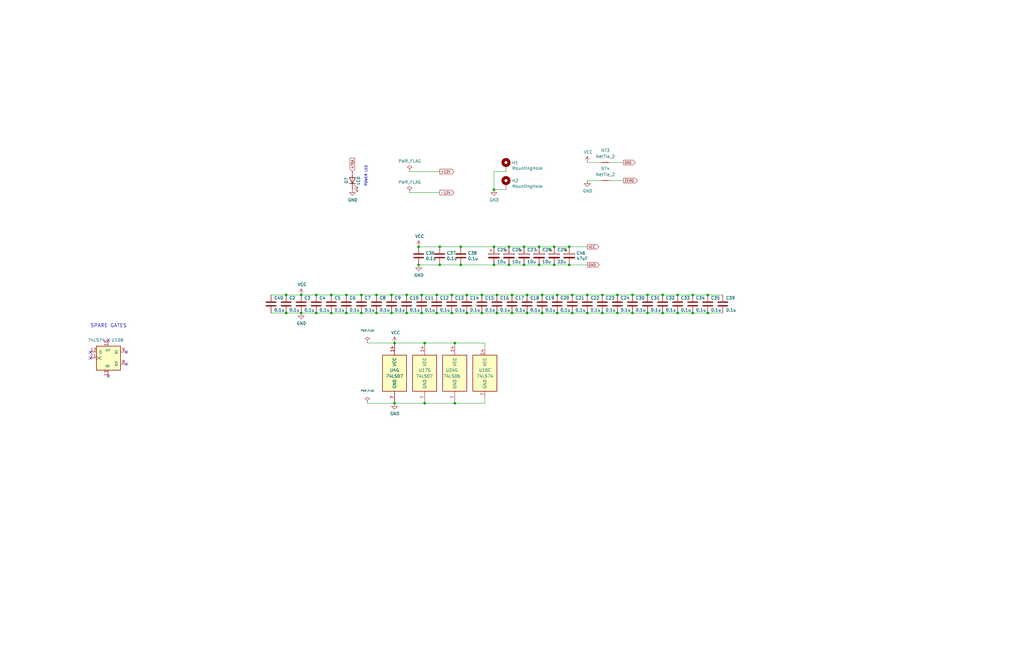
<source format=kicad_sch>
(kicad_sch (version 20211123) (generator eeschema)
  (paper "B")
  (lib_symbols
    (symbol "74xx:74LS06" (pin_names (offset 1.016))
      (property "Reference" "U" (at 0 1.27 0))
      (property "Value" "74LS06" (at 0 -1.27 0))
      (symbol "74LS06_1_0"
        (polyline (pts (xy -3.81 3.81) (xy -3.81 -3.81) (xy 3.81 0) (xy -3.81 3.81)) (stroke (width 0.254)) (fill (type background)))
        (pin input line (at -7.62 0 0) (length 3.81) (name "~") (number "1"))
        (pin open_collector inverted (at 7.62 0 180) (length 3.81) (name "~") (number "2"))
      )
      (symbol "74LS06_2_0"
        (polyline (pts (xy -3.81 3.81) (xy -3.81 -3.81) (xy 3.81 0) (xy -3.81 3.81)) (stroke (width 0.254)) (fill (type background)))
        (pin input line (at -7.62 0 0) (length 3.81) (name "~") (number "3"))
        (pin open_collector inverted (at 7.62 0 180) (length 3.81) (name "~") (number "4"))
      )
      (symbol "74LS06_3_0"
        (polyline (pts (xy -3.81 3.81) (xy -3.81 -3.81) (xy 3.81 0) (xy -3.81 3.81)) (stroke (width 0.254)) (fill (type background)))
        (pin input line (at -7.62 0 0) (length 3.81) (name "~") (number "5"))
        (pin open_collector inverted (at 7.62 0 180) (length 3.81) (name "~") (number "6"))
      )
      (symbol "74LS06_4_0"
        (polyline (pts (xy -3.81 3.81) (xy -3.81 -3.81) (xy 3.81 0) (xy -3.81 3.81)) (stroke (width 0.254)) (fill (type background)))
        (pin open_collector inverted (at 7.62 0 180) (length 3.81) (name "~") (number "8"))
        (pin input line (at -7.62 0 0) (length 3.81) (name "~") (number "9"))
      )
      (symbol "74LS06_5_0"
        (polyline (pts (xy -3.81 3.81) (xy -3.81 -3.81) (xy 3.81 0) (xy -3.81 3.81)) (stroke (width 0.254)) (fill (type background)))
        (pin open_collector inverted (at 7.62 0 180) (length 3.81) (name "~") (number "10"))
        (pin input line (at -7.62 0 0) (length 3.81) (name "~") (number "11"))
      )
      (symbol "74LS06_6_0"
        (polyline (pts (xy -3.81 3.81) (xy -3.81 -3.81) (xy 3.81 0) (xy -3.81 3.81)) (stroke (width 0.254)) (fill (type background)))
        (pin open_collector inverted (at 7.62 0 180) (length 3.81) (name "~") (number "12"))
        (pin input line (at -7.62 0 0) (length 3.81) (name "~") (number "13"))
      )
      (symbol "74LS06_7_0"
        (pin power_in line (at 0 12.7 270) (length 5.08) (name "VCC") (number "14"))
        (pin power_in line (at 0 -12.7 90) (length 5.08) (name "GND") (number "7"))
      )
      (symbol "74LS06_7_1"
        (rectangle (start -5.08 7.62) (end 5.08 -7.62) (stroke (width 0.254)) (fill (type background)))
      )
    )
    (symbol "74xx:74LS07" (pin_names (offset 1.016))
      (property "Reference" "U" (at 0 1.27 0))
      (property "Value" "74LS07" (at 0 -1.27 0))
      (symbol "74LS07_1_0"
        (polyline (pts (xy -3.81 3.81) (xy -3.81 -3.81) (xy 3.81 0) (xy -3.81 3.81)) (stroke (width 0.254)) (fill (type background)))
        (pin input line (at -7.62 0 0) (length 3.81) (name "~") (number "1"))
        (pin open_collector line (at 7.62 0 180) (length 3.81) (name "~") (number "2"))
      )
      (symbol "74LS07_2_0"
        (polyline (pts (xy -3.81 3.81) (xy -3.81 -3.81) (xy 3.81 0) (xy -3.81 3.81)) (stroke (width 0.254)) (fill (type background)))
        (pin input line (at -7.62 0 0) (length 3.81) (name "~") (number "3"))
        (pin open_collector line (at 7.62 0 180) (length 3.81) (name "~") (number "4"))
      )
      (symbol "74LS07_3_0"
        (polyline (pts (xy -3.81 3.81) (xy -3.81 -3.81) (xy 3.81 0) (xy -3.81 3.81)) (stroke (width 0.254)) (fill (type background)))
        (pin input line (at -7.62 0 0) (length 3.81) (name "~") (number "5"))
        (pin open_collector line (at 7.62 0 180) (length 3.81) (name "~") (number "6"))
      )
      (symbol "74LS07_4_0"
        (polyline (pts (xy -3.81 3.81) (xy -3.81 -3.81) (xy 3.81 0) (xy -3.81 3.81)) (stroke (width 0.254)) (fill (type background)))
        (pin open_collector line (at 7.62 0 180) (length 3.81) (name "~") (number "8"))
        (pin input line (at -7.62 0 0) (length 3.81) (name "~") (number "9"))
      )
      (symbol "74LS07_5_0"
        (polyline (pts (xy -3.81 3.81) (xy -3.81 -3.81) (xy 3.81 0) (xy -3.81 3.81)) (stroke (width 0.254)) (fill (type background)))
        (pin open_collector line (at 7.62 0 180) (length 3.81) (name "~") (number "10"))
        (pin input line (at -7.62 0 0) (length 3.81) (name "~") (number "11"))
      )
      (symbol "74LS07_6_0"
        (polyline (pts (xy -3.81 3.81) (xy -3.81 -3.81) (xy 3.81 0) (xy -3.81 3.81)) (stroke (width 0.254)) (fill (type background)))
        (pin open_collector line (at 7.62 0 180) (length 3.81) (name "~") (number "12"))
        (pin input line (at -7.62 0 0) (length 3.81) (name "~") (number "13"))
      )
      (symbol "74LS07_7_0"
        (pin power_in line (at 0 12.7 270) (length 5.08) (name "VCC") (number "14"))
        (pin power_in line (at 0 -12.7 90) (length 5.08) (name "GND") (number "7"))
      )
      (symbol "74LS07_7_1"
        (rectangle (start -5.08 7.62) (end 5.08 -7.62) (stroke (width 0.254)) (fill (type background)))
      )
    )
    (symbol "74xx:74LS74" (pin_names (offset 1.016))
      (property "Reference" "U" (at -7.62 8.89 0))
      (property "Value" "74LS74" (at -7.62 -8.89 0))
      (symbol "74LS74_1_0"
        (pin input line (at 0 -7.62 90) (length 2.54) (name "~{R}") (number "1"))
        (pin input line (at -7.62 2.54 0) (length 2.54) (name "D") (number "2"))
        (pin input clock (at -7.62 0 0) (length 2.54) (name "C") (number "3"))
        (pin input line (at 0 7.62 270) (length 2.54) (name "~{S}") (number "4"))
        (pin output line (at 7.62 2.54 180) (length 2.54) (name "Q") (number "5"))
        (pin output line (at 7.62 -2.54 180) (length 2.54) (name "~{Q}") (number "6"))
      )
      (symbol "74LS74_1_1"
        (rectangle (start -5.08 5.08) (end 5.08 -5.08) (stroke (width 0.254)) (fill (type background)))
      )
      (symbol "74LS74_2_0"
        (pin input line (at 0 7.62 270) (length 2.54) (name "~{S}") (number "10"))
        (pin input clock (at -7.62 0 0) (length 2.54) (name "C") (number "11"))
        (pin input line (at -7.62 2.54 0) (length 2.54) (name "D") (number "12"))
        (pin input line (at 0 -7.62 90) (length 2.54) (name "~{R}") (number "13"))
        (pin output line (at 7.62 -2.54 180) (length 2.54) (name "~{Q}") (number "8"))
        (pin output line (at 7.62 2.54 180) (length 2.54) (name "Q") (number "9"))
      )
      (symbol "74LS74_2_1"
        (rectangle (start -5.08 5.08) (end 5.08 -5.08) (stroke (width 0.254)) (fill (type background)))
      )
      (symbol "74LS74_3_0"
        (pin power_in line (at 0 10.16 270) (length 2.54) (name "VCC") (number "14"))
        (pin power_in line (at 0 -10.16 90) (length 2.54) (name "GND") (number "7"))
      )
      (symbol "74LS74_3_1"
        (rectangle (start -5.08 7.62) (end 5.08 -7.62) (stroke (width 0.254)) (fill (type background)))
      )
    )
    (symbol "Device:C" (pin_numbers hide) (pin_names (offset 0.254))
      (property "Reference" "C" (at 0.635 2.54 0))
      (property "Value" "C" (at 0.635 -2.54 0))
      (symbol "C_0_1"
        (polyline (pts (xy -2.032 -0.762) (xy 2.032 -0.762)) (stroke (width 0.508)))
        (polyline (pts (xy -2.032 0.762) (xy 2.032 0.762)) (stroke (width 0.508)))
      )
      (symbol "C_1_1"
        (pin passive line (at 0 3.81 270) (length 2.794) (name "~") (number "1"))
        (pin passive line (at 0 -3.81 90) (length 2.794) (name "~") (number "2"))
      )
    )
    (symbol "Device:C_Polarized" (pin_numbers hide) (pin_names (offset 0.254))
      (property "Reference" "C" (at 0.635 2.54 0))
      (property "Value" "C_Polarized" (at 0.635 -2.54 0))
      (symbol "C_Polarized_0_1"
        (rectangle (start -2.286 0.508) (end 2.286 1.016))
        (polyline (pts (xy -1.778 2.286) (xy -0.762 2.286)))
        (polyline (pts (xy -1.27 2.794) (xy -1.27 1.778)))
        (rectangle (start 2.286 -0.508) (end -2.286 -1.016) (fill (type outline)))
      )
      (symbol "C_Polarized_1_1"
        (pin passive line (at 0 3.81 270) (length 2.794) (name "~") (number "1"))
        (pin passive line (at 0 -3.81 90) (length 2.794) (name "~") (number "2"))
      )
    )
    (symbol "Device:LED" (pin_numbers hide) (pin_names (offset 1.016) hide)
      (property "Reference" "D" (at 0 2.54 0))
      (property "Value" "LED" (at 0 -2.54 0))
      (symbol "LED_0_1"
        (polyline (pts (xy -1.27 -1.27) (xy -1.27 1.27)) (stroke (width 0.254)))
        (polyline (pts (xy -1.27 0) (xy 1.27 0)))
        (polyline (pts (xy 1.27 -1.27) (xy 1.27 1.27) (xy -1.27 0) (xy 1.27 -1.27)) (stroke (width 0.254)))
        (polyline (pts (xy -3.048 -0.762) (xy -4.572 -2.286) (xy -3.81 -2.286) (xy -4.572 -2.286) (xy -4.572 -1.524)))
        (polyline (pts (xy -1.778 -0.762) (xy -3.302 -2.286) (xy -2.54 -2.286) (xy -3.302 -2.286) (xy -3.302 -1.524)))
      )
      (symbol "LED_1_1"
        (pin passive line (at -3.81 0 0) (length 2.54) (name "K") (number "1"))
        (pin passive line (at 3.81 0 180) (length 2.54) (name "A") (number "2"))
      )
    )
    (symbol "Device:NetTie_2" (pin_numbers hide) (pin_names (offset 0) hide) (in_bom no)
      (property "Reference" "NT" (at 0 1.27 0))
      (property "Value" "NetTie_2" (at 0 -1.27 0))
      (symbol "NetTie_2_0_1"
        (polyline (pts (xy -1.27 0) (xy 1.27 0)) (stroke (width 0.254)))
      )
      (symbol "NetTie_2_1_1"
        (pin passive line (at -2.54 0 0) (length 2.54) (name "1") (number "1"))
        (pin passive line (at 2.54 0 180) (length 2.54) (name "2") (number "2"))
      )
    )
    (symbol "Mechanical:MountingHole_Pad" (pin_numbers hide) (pin_names (offset 1.016) hide)
      (property "Reference" "H" (at 0 6.35 0))
      (property "Value" "MountingHole_Pad" (at 0 4.445 0))
      (symbol "MountingHole_Pad_0_1"
        (circle (center 0 1.27) (radius 1.27) (stroke (width 1.27)))
      )
      (symbol "MountingHole_Pad_1_1"
        (pin input line (at 0 -2.54 90) (length 2.54) (name "1") (number "1"))
      )
    )
    (symbol "power:GND" (power) (pin_names (offset 0))
      (property "Value" "GND" (at 0 -3.81 0))
      (symbol "GND_0_1"
        (polyline (pts (xy 0 0) (xy 0 -1.27) (xy 1.27 -1.27) (xy 0 -2.54) (xy -1.27 -1.27) (xy 0 -1.27)))
      )
      (symbol "GND_1_1"
        (pin power_in line (at 0 0 270) (length 0) hide (name "GND") (number "1"))
      )
    )
    (symbol "power:PWR_FLAG" (power) (pin_numbers hide) (pin_names (offset 0) hide)
      (property "Value" "PWR_FLAG" (at 0 3.81 0))
      (symbol "PWR_FLAG_0_0"
        (pin power_out line (at 0 0 90) (length 0) (name "pwr") (number "1"))
      )
      (symbol "PWR_FLAG_0_1"
        (polyline (pts (xy 0 0) (xy 0 1.27) (xy -1.016 1.905) (xy 0 2.54) (xy 1.016 1.905) (xy 0 1.27)))
      )
    )
    (symbol "power:VCC" (power) (pin_names (offset 0))
      (property "Value" "VCC" (at 0 3.81 0))
      (symbol "VCC_0_1"
        (polyline (pts (xy -0.762 1.27) (xy 0 2.54)))
        (polyline (pts (xy 0 0) (xy 0 2.54)))
        (polyline (pts (xy 0 2.54) (xy 0.762 1.27)))
      )
      (symbol "VCC_1_1"
        (pin power_in line (at 0 0 90) (length 0) hide (name "VCC") (number "1"))
      )
    )
  )
  (junction (at 214.63 111.76))
  (junction (at 196.85 132.08))
  (junction (at 227.33 104.14))
  (junction (at 273.05 132.08))
  (junction (at 298.45 124.46))
  (junction (at 190.5 124.46))
  (junction (at 254 124.46))
  (junction (at 196.85 124.46))
  (junction (at 171.45 132.08))
  (junction (at 152.4 124.46))
  (junction (at 241.3 124.46))
  (junction (at 208.28 111.76))
  (junction (at 222.25 124.46))
  (junction (at 279.4 132.08))
  (junction (at 240.03 111.76))
  (junction (at 194.31 104.14))
  (junction (at 158.75 124.46))
  (junction (at 285.75 132.08))
  (junction (at 220.98 104.14))
  (junction (at 177.8 132.08))
  (junction (at 209.55 124.46))
  (junction (at 233.68 111.76))
  (junction (at 191.77 144.78))
  (junction (at 298.45 132.08))
  (junction (at 191.77 170.18))
  (junction (at 279.4 124.46))
  (junction (at 127 124.46))
  (junction (at 266.7 132.08))
  (junction (at 184.15 132.08))
  (junction (at 165.1 124.46))
  (junction (at 179.07 144.78))
  (junction (at 171.45 124.46))
  (junction (at 146.05 132.08))
  (junction (at 139.7 132.08))
  (junction (at 176.53 111.76))
  (junction (at 209.55 132.08))
  (junction (at 222.25 132.08))
  (junction (at 179.07 170.18))
  (junction (at 176.53 104.14))
  (junction (at 215.9 124.46))
  (junction (at 240.03 104.14))
  (junction (at 203.2 132.08))
  (junction (at 228.6 124.46))
  (junction (at 234.95 132.08))
  (junction (at 234.95 124.46))
  (junction (at 260.35 124.46))
  (junction (at 292.1 132.08))
  (junction (at 208.28 80.01))
  (junction (at 185.42 111.76))
  (junction (at 260.35 132.08))
  (junction (at 166.37 144.78))
  (junction (at 215.9 132.08))
  (junction (at 266.7 124.46))
  (junction (at 254 132.08))
  (junction (at 247.65 132.08))
  (junction (at 292.1 124.46))
  (junction (at 139.7 124.46))
  (junction (at 241.3 132.08))
  (junction (at 146.05 124.46))
  (junction (at 273.05 124.46))
  (junction (at 120.65 124.46))
  (junction (at 190.5 132.08))
  (junction (at 214.63 104.14))
  (junction (at 152.4 132.08))
  (junction (at 220.98 111.76))
  (junction (at 120.65 132.08))
  (junction (at 133.35 132.08))
  (junction (at 228.6 132.08))
  (junction (at 133.35 124.46))
  (junction (at 203.2 124.46))
  (junction (at 185.42 104.14))
  (junction (at 208.28 104.14))
  (junction (at 285.75 124.46))
  (junction (at 127 132.08))
  (junction (at 194.31 111.76))
  (junction (at 166.37 170.18))
  (junction (at 227.33 111.76))
  (junction (at 247.65 124.46))
  (junction (at 177.8 124.46))
  (junction (at 165.1 132.08))
  (junction (at 158.75 132.08))
  (junction (at 233.68 104.14))
  (junction (at 184.15 124.46))
  (no_connect (at 45.72 143.51))
  (no_connect (at 53.34 148.59))
  (no_connect (at 38.1 148.59))
  (no_connect (at 45.72 158.75))
  (no_connect (at 38.1 151.13))
  (no_connect (at 53.34 153.67))
  (wire (pts (xy 154.94 144.78) (xy 166.37 144.78)))
  (wire (pts (xy 146.05 124.46) (xy 152.4 124.46)))
  (wire (pts (xy 247.65 132.08) (xy 254 132.08)))
  (wire (pts (xy 298.45 132.08) (xy 304.8 132.08)))
  (wire (pts (xy 222.25 132.08) (xy 228.6 132.08)))
  (wire (pts (xy 208.28 72.39) (xy 208.28 80.01)))
  (wire (pts (xy 179.07 144.78) (xy 191.77 144.78)))
  (wire (pts (xy 133.35 124.46) (xy 139.7 124.46)))
  (wire (pts (xy 266.7 124.46) (xy 273.05 124.46)))
  (wire (pts (xy 292.1 132.08) (xy 298.45 132.08)))
  (wire (pts (xy 172.72 72.39) (xy 185.42 72.39)))
  (wire (pts (xy 196.85 124.46) (xy 203.2 124.46)))
  (wire (pts (xy 172.72 81.28) (xy 185.42 81.28)))
  (wire (pts (xy 114.3 124.46) (xy 120.65 124.46)))
  (wire (pts (xy 185.42 111.76) (xy 194.31 111.76)))
  (wire (pts (xy 204.47 167.64) (xy 204.47 170.18)))
  (wire (pts (xy 165.1 132.08) (xy 171.45 132.08)))
  (wire (pts (xy 285.75 132.08) (xy 292.1 132.08)))
  (wire (pts (xy 279.4 132.08) (xy 285.75 132.08)))
  (wire (pts (xy 273.05 132.08) (xy 279.4 132.08)))
  (wire (pts (xy 139.7 132.08) (xy 146.05 132.08)))
  (wire (pts (xy 273.05 124.46) (xy 279.4 124.46)))
  (wire (pts (xy 240.03 111.76) (xy 247.65 111.76)))
  (wire (pts (xy 279.4 124.46) (xy 285.75 124.46)))
  (wire (pts (xy 166.37 170.18) (xy 179.07 170.18)))
  (wire (pts (xy 166.37 144.78) (xy 179.07 144.78)))
  (wire (pts (xy 176.53 104.14) (xy 185.42 104.14)))
  (wire (pts (xy 240.03 104.14) (xy 247.65 104.14)))
  (wire (pts (xy 194.31 111.76) (xy 208.28 111.76)))
  (wire (pts (xy 257.81 76.2) (xy 262.89 76.2)))
  (wire (pts (xy 176.53 111.76) (xy 185.42 111.76)))
  (wire (pts (xy 165.1 124.46) (xy 171.45 124.46)))
  (wire (pts (xy 214.63 111.76) (xy 220.98 111.76)))
  (wire (pts (xy 152.4 132.08) (xy 158.75 132.08)))
  (wire (pts (xy 204.47 144.78) (xy 204.47 147.32)))
  (wire (pts (xy 152.4 124.46) (xy 158.75 124.46)))
  (wire (pts (xy 171.45 132.08) (xy 177.8 132.08)))
  (wire (pts (xy 234.95 124.46) (xy 241.3 124.46)))
  (wire (pts (xy 177.8 132.08) (xy 184.15 132.08)))
  (wire (pts (xy 220.98 104.14) (xy 227.33 104.14)))
  (wire (pts (xy 196.85 132.08) (xy 203.2 132.08)))
  (wire (pts (xy 228.6 124.46) (xy 234.95 124.46)))
  (wire (pts (xy 184.15 132.08) (xy 190.5 132.08)))
  (wire (pts (xy 214.63 104.14) (xy 220.98 104.14)))
  (wire (pts (xy 247.65 124.46) (xy 254 124.46)))
  (wire (pts (xy 127 132.08) (xy 133.35 132.08)))
  (wire (pts (xy 241.3 124.46) (xy 247.65 124.46)))
  (wire (pts (xy 260.35 124.46) (xy 266.7 124.46)))
  (wire (pts (xy 208.28 104.14) (xy 214.63 104.14)))
  (wire (pts (xy 298.45 124.46) (xy 304.8 124.46)))
  (wire (pts (xy 204.47 170.18) (xy 191.77 170.18)))
  (wire (pts (xy 203.2 132.08) (xy 209.55 132.08)))
  (wire (pts (xy 120.65 124.46) (xy 127 124.46)))
  (wire (pts (xy 266.7 132.08) (xy 273.05 132.08)))
  (wire (pts (xy 222.25 124.46) (xy 228.6 124.46)))
  (wire (pts (xy 247.65 68.58) (xy 252.73 68.58)))
  (wire (pts (xy 260.35 132.08) (xy 266.7 132.08)))
  (wire (pts (xy 146.05 132.08) (xy 152.4 132.08)))
  (wire (pts (xy 213.36 72.39) (xy 208.28 72.39)))
  (wire (pts (xy 194.31 104.14) (xy 208.28 104.14)))
  (wire (pts (xy 209.55 132.08) (xy 215.9 132.08)))
  (wire (pts (xy 158.75 124.46) (xy 165.1 124.46)))
  (wire (pts (xy 171.45 124.46) (xy 177.8 124.46)))
  (wire (pts (xy 208.28 111.76) (xy 214.63 111.76)))
  (wire (pts (xy 215.9 124.46) (xy 222.25 124.46)))
  (wire (pts (xy 241.3 132.08) (xy 247.65 132.08)))
  (wire (pts (xy 234.95 132.08) (xy 241.3 132.08)))
  (wire (pts (xy 190.5 124.46) (xy 196.85 124.46)))
  (wire (pts (xy 227.33 111.76) (xy 233.68 111.76)))
  (wire (pts (xy 220.98 111.76) (xy 227.33 111.76)))
  (wire (pts (xy 228.6 132.08) (xy 234.95 132.08)))
  (wire (pts (xy 285.75 124.46) (xy 292.1 124.46)))
  (wire (pts (xy 257.81 68.58) (xy 262.89 68.58)))
  (wire (pts (xy 179.07 170.18) (xy 191.77 170.18)))
  (wire (pts (xy 139.7 124.46) (xy 146.05 124.46)))
  (wire (pts (xy 133.35 132.08) (xy 139.7 132.08)))
  (wire (pts (xy 177.8 124.46) (xy 184.15 124.46)))
  (wire (pts (xy 191.77 144.78) (xy 204.47 144.78)))
  (wire (pts (xy 254 132.08) (xy 260.35 132.08)))
  (wire (pts (xy 114.3 132.08) (xy 120.65 132.08)))
  (wire (pts (xy 203.2 124.46) (xy 209.55 124.46)))
  (wire (pts (xy 233.68 111.76) (xy 240.03 111.76)))
  (wire (pts (xy 247.65 76.2) (xy 252.73 76.2)))
  (wire (pts (xy 254 124.46) (xy 260.35 124.46)))
  (wire (pts (xy 209.55 124.46) (xy 215.9 124.46)))
  (wire (pts (xy 154.94 170.18) (xy 166.37 170.18)))
  (wire (pts (xy 184.15 124.46) (xy 190.5 124.46)))
  (wire (pts (xy 215.9 132.08) (xy 222.25 132.08)))
  (wire (pts (xy 233.68 104.14) (xy 240.03 104.14)))
  (wire (pts (xy 190.5 132.08) (xy 196.85 132.08)))
  (wire (pts (xy 292.1 124.46) (xy 298.45 124.46)))
  (wire (pts (xy 227.33 104.14) (xy 233.68 104.14)))
  (wire (pts (xy 185.42 104.14) (xy 194.31 104.14)))
  (wire (pts (xy 158.75 132.08) (xy 165.1 132.08)))
  (wire (pts (xy 213.36 80.01) (xy 208.28 80.01)))
  (wire (pts (xy 127 124.46) (xy 133.35 124.46)))
  (wire (pts (xy 120.65 132.08) (xy 127 132.08)))
  (text "POWER LED" (at 154.94 78.74 90) (effects (font (size 1.016 1.016)) (justify left bottom)))
  (text "SPARE GATES" (at 38.1 138.43 0) (effects (font (size 1.524 1.524)) (justify left bottom)))
  (global_label "GND" (shape output) (at 247.65 111.76 0) (effects (font (size 1.016 1.016))) (property "Intersheet References" "${INTERSHEET_REFS}" (effects hide)))
  (global_label "ONE" (shape output) (at 262.89 68.58 0) (effects (font (size 1.016 1.016))) (property "Intersheet References" "${INTERSHEET_REFS}" (effects hide)))
  (global_label "ZERO" (shape output) (at 262.89 76.2 0) (effects (font (size 1.016 1.016))) (property "Intersheet References" "${INTERSHEET_REFS}" (effects hide)))
  (global_label "470A" (shape input) (at 148.59 72.39 90) (effects (font (size 1.016 1.016))) (property "Intersheet References" "${INTERSHEET_REFS}" (effects hide)))
  (global_label "VCC" (shape output) (at 247.65 104.14 0) (effects (font (size 1.016 1.016))) (property "Intersheet References" "${INTERSHEET_REFS}" (effects hide)))
  (global_label "+12V" (shape output) (at 185.42 72.39 0) (effects (font (size 1.016 1.016))) (property "Intersheet References" "${INTERSHEET_REFS}" (effects hide)))
  (global_label "-12V" (shape output) (at 185.42 81.28 0) (effects (font (size 1.016 1.016))) (property "Intersheet References" "${INTERSHEET_REFS}" (effects hide)))
  (symbol (lib_id "74xx:74LS07") (at 179.07 157.48 0) (unit 7)
    (property "Reference" "U17" (at 176.53 156.21 0) (effects (justify left)))
    (property "Value" "74LS07" (at 175.26 158.75 0) (effects (justify left)))
    (property "Footprint" "Package_DIP:DIP-14_W7.62mm" (effects hide))
    (property "Datasheet" "www.ti.com/lit/ds/symlink/sn74ls07.pdf" (effects hide))
  )
  (symbol (lib_id "power:GND") (at 166.37 170.18 0) (unit 1)
    (property "Reference" "#PWR077" (effects hide))
    (property "Value" "GND" (at 166.497 174.5742 0))
  )
  (symbol (lib_id "Device:C_Polarized") (at 240.03 107.95 0) (unit 1)
    (property "Reference" "C46" (at 243.0272 106.7816 0) (effects (justify left)))
    (property "Value" "47uF" (at 243.0272 109.093 0) (effects (justify left)))
    (property "Footprint" "Capacitor_THT:CP_Radial_D5.0mm_P2.50mm" (effects hide))
  )
  (symbol (lib_id "Device:C") (at 254 128.27 0) (unit 1)
    (property "Reference" "C23" (at 255.27 125.73 0) (effects (justify left)))
    (property "Value" "0.1u" (at 255.27 130.81 0) (effects (justify left)))
    (property "Footprint" "Capacitor_THT:C_Disc_D5.0mm_W2.5mm_P5.00mm" (effects hide))
  )
  (symbol (lib_id "Device:C_Polarized") (at 208.28 107.95 0) (unit 1)
    (property "Reference" "C25" (at 209.55 105.41 0) (effects (justify left)))
    (property "Value" "10u" (at 209.55 110.49 0) (effects (justify left)))
    (property "Footprint" "Capacitor_THT:CP_Radial_D5.0mm_P2.50mm" (effects hide))
  )
  (symbol (lib_id "Device:C_Polarized") (at 227.33 107.95 0) (unit 1)
    (property "Reference" "C28" (at 228.6 105.41 0) (effects (justify left)))
    (property "Value" "10u" (at 228.6 110.49 0) (effects (justify left)))
    (property "Footprint" "Capacitor_THT:CP_Radial_D5.0mm_P2.50mm" (effects hide))
  )
  (symbol (lib_id "Device:C") (at 215.9 128.27 0) (unit 1)
    (property "Reference" "C17" (at 217.17 125.73 0) (effects (justify left)))
    (property "Value" "0.1u" (at 217.17 130.81 0) (effects (justify left)))
    (property "Footprint" "Capacitor_THT:C_Disc_D5.0mm_W2.5mm_P5.00mm" (effects hide))
  )
  (symbol (lib_id "Device:C") (at 222.25 128.27 0) (unit 1)
    (property "Reference" "C18" (at 223.52 125.73 0) (effects (justify left)))
    (property "Value" "0.1u" (at 223.52 130.81 0) (effects (justify left)))
    (property "Footprint" "Capacitor_THT:C_Disc_D5.0mm_W2.5mm_P5.00mm" (effects hide))
  )
  (symbol (lib_id "Device:C") (at 228.6 128.27 0) (unit 1)
    (property "Reference" "C19" (at 229.87 125.73 0) (effects (justify left)))
    (property "Value" "0.1u" (at 229.87 130.81 0) (effects (justify left)))
    (property "Footprint" "Capacitor_THT:C_Disc_D5.0mm_W2.5mm_P5.00mm" (effects hide))
  )
  (symbol (lib_id "Device:C") (at 234.95 128.27 0) (unit 1)
    (property "Reference" "C20" (at 236.22 125.73 0) (effects (justify left)))
    (property "Value" "0.1u" (at 236.22 130.81 0) (effects (justify left)))
    (property "Footprint" "Capacitor_THT:C_Disc_D5.0mm_W2.5mm_P5.00mm" (effects hide))
  )
  (symbol (lib_id "Device:C") (at 241.3 128.27 0) (unit 1)
    (property "Reference" "C21" (at 242.57 125.73 0) (effects (justify left)))
    (property "Value" "0.1u" (at 242.57 130.81 0) (effects (justify left)))
    (property "Footprint" "Capacitor_THT:C_Disc_D5.0mm_W2.5mm_P5.00mm" (effects hide))
  )
  (symbol (lib_id "Device:C") (at 247.65 128.27 0) (unit 1)
    (property "Reference" "C22" (at 248.92 125.73 0) (effects (justify left)))
    (property "Value" "0.1u" (at 248.92 130.81 0) (effects (justify left)))
    (property "Footprint" "Capacitor_THT:C_Disc_D5.0mm_W2.5mm_P5.00mm" (effects hide))
  )
  (symbol (lib_id "74xx:74LS07") (at 166.37 157.48 0) (unit 7)
    (property "Reference" "U4" (at 166.37 156.21 0))
    (property "Value" "74LS07" (at 166.37 158.75 0))
    (property "Footprint" "Package_DIP:DIP-14_W7.62mm" (effects hide))
    (property "Datasheet" "www.ti.com/lit/ds/symlink/sn74ls07.pdf" (effects hide))
  )
  (symbol (lib_id "Device:C_Polarized") (at 233.68 107.95 0) (unit 1)
    (property "Reference" "C29" (at 234.95 105.41 0) (effects (justify left)))
    (property "Value" "22u" (at 234.95 110.49 0) (effects (justify left)))
    (property "Footprint" "Capacitor_THT:CP_Radial_D5.0mm_P2.50mm" (effects hide))
  )
  (symbol (lib_id "Device:C") (at 165.1 128.27 0) (unit 1)
    (property "Reference" "C9" (at 166.37 125.73 0) (effects (justify left)))
    (property "Value" "0.1u" (at 166.37 130.81 0) (effects (justify left)))
    (property "Footprint" "Capacitor_THT:C_Disc_D5.0mm_W2.5mm_P5.00mm" (effects hide))
  )
  (symbol (lib_id "Device:C") (at 171.45 128.27 0) (unit 1)
    (property "Reference" "C10" (at 172.72 125.73 0) (effects (justify left)))
    (property "Value" "0.1u" (at 172.72 130.81 0) (effects (justify left)))
    (property "Footprint" "Capacitor_THT:C_Disc_D5.0mm_W2.5mm_P5.00mm" (effects hide))
  )
  (symbol (lib_id "Device:C") (at 177.8 128.27 0) (unit 1)
    (property "Reference" "C11" (at 179.07 125.73 0) (effects (justify left)))
    (property "Value" "0.1u" (at 179.07 130.81 0) (effects (justify left)))
    (property "Footprint" "Capacitor_THT:C_Disc_D5.0mm_W2.5mm_P5.00mm" (effects hide))
  )
  (symbol (lib_id "Device:C") (at 184.15 128.27 0) (unit 1)
    (property "Reference" "C12" (at 185.42 125.73 0) (effects (justify left)))
    (property "Value" "0.1u" (at 185.42 130.81 0) (effects (justify left)))
    (property "Footprint" "Capacitor_THT:C_Disc_D5.0mm_W2.5mm_P5.00mm" (effects hide))
  )
  (symbol (lib_id "Device:C") (at 260.35 128.27 0) (unit 1)
    (property "Reference" "C24" (at 261.62 125.73 0) (effects (justify left)))
    (property "Value" "0.1u" (at 261.62 130.81 0) (effects (justify left)))
    (property "Footprint" "Capacitor_THT:C_Disc_D5.0mm_W2.5mm_P5.00mm" (effects hide))
  )
  (symbol (lib_id "Device:C") (at 176.53 107.95 0) (unit 1)
    (property "Reference" "C36" (at 179.451 106.7816 0) (effects (justify left)))
    (property "Value" "0.1u" (at 179.451 109.093 0) (effects (justify left)))
    (property "Footprint" "Capacitor_THT:C_Disc_D5.0mm_W2.5mm_P5.00mm" (effects hide))
  )
  (symbol (lib_id "Device:C") (at 185.42 107.95 0) (unit 1)
    (property "Reference" "C37" (at 188.341 106.7816 0) (effects (justify left)))
    (property "Value" "0.1u" (at 188.341 109.093 0) (effects (justify left)))
    (property "Footprint" "Capacitor_THT:C_Disc_D5.0mm_W2.5mm_P5.00mm" (effects hide))
  )
  (symbol (lib_id "Device:C") (at 194.31 107.95 0) (unit 1)
    (property "Reference" "C38" (at 197.231 106.7816 0) (effects (justify left)))
    (property "Value" "0.1u" (at 197.231 109.093 0) (effects (justify left)))
    (property "Footprint" "Capacitor_THT:C_Disc_D5.0mm_W2.5mm_P5.00mm" (effects hide))
  )
  (symbol (lib_id "power:VCC") (at 166.37 144.78 0) (unit 1)
    (property "Reference" "#PWR075" (effects hide))
    (property "Value" "VCC" (at 166.8018 140.3858 0))
  )
  (symbol (lib_id "Device:C") (at 190.5 128.27 0) (unit 1)
    (property "Reference" "C13" (at 191.77 125.73 0) (effects (justify left)))
    (property "Value" "0.1u" (at 191.77 130.81 0) (effects (justify left)))
    (property "Footprint" "Capacitor_THT:C_Disc_D5.0mm_W2.5mm_P5.00mm" (effects hide))
  )
  (symbol (lib_id "Device:C") (at 196.85 128.27 0) (unit 1)
    (property "Reference" "C14" (at 198.12 125.73 0) (effects (justify left)))
    (property "Value" "0.1u" (at 198.12 130.81 0) (effects (justify left)))
    (property "Footprint" "Capacitor_THT:C_Disc_D5.0mm_W2.5mm_P5.00mm" (effects hide))
  )
  (symbol (lib_id "power:PWR_FLAG") (at 154.94 144.78 0) (unit 1)
    (property "Reference" "#FLG06" (effects hide))
    (property "Value" "PWR_FLAG" (at 154.94 139.4968 0) (effects (font (size 0.762 0.762))))
  )
  (symbol (lib_id "power:PWR_FLAG") (at 154.94 170.18 0) (unit 1)
    (property "Reference" "#FLG07" (effects hide))
    (property "Value" "PWR_FLAG" (at 154.94 164.8968 0) (effects (font (size 0.762 0.762))))
  )
  (symbol (lib_id "Device:C") (at 209.55 128.27 0) (unit 1)
    (property "Reference" "C16" (at 210.82 125.73 0) (effects (justify left)))
    (property "Value" "0.1u" (at 210.82 130.81 0) (effects (justify left)))
    (property "Footprint" "Capacitor_THT:C_Disc_D5.0mm_W2.5mm_P5.00mm" (effects hide))
  )
  (symbol (lib_id "Device:C") (at 203.2 128.27 0) (unit 1)
    (property "Reference" "C15" (at 204.47 125.73 0) (effects (justify left)))
    (property "Value" "0.1u" (at 204.47 130.81 0) (effects (justify left)))
    (property "Footprint" "Capacitor_THT:C_Disc_D5.0mm_W2.5mm_P5.00mm" (effects hide))
  )
  (symbol (lib_id "Mechanical:MountingHole_Pad") (at 213.36 77.47 0) (unit 1)
    (property "Reference" "H2" (at 215.9 76.3016 0) (effects (justify left)))
    (property "Value" "MountingHole" (at 215.9 78.613 0) (effects (justify left)))
    (property "Footprint" "MountingHole:MountingHole_3.2mm_M3_Pad" (effects hide))
  )
  (symbol (lib_id "power:GND") (at 247.65 76.2 0) (unit 1)
    (property "Reference" "#PWR037" (effects hide))
    (property "Value" "GND" (at 247.777 80.5942 0))
  )
  (symbol (lib_id "power:VCC") (at 247.65 68.58 0) (unit 1)
    (property "Reference" "#PWR014" (effects hide))
    (property "Value" "VCC" (at 248.031 64.1858 0))
  )
  (symbol (lib_id "Mechanical:MountingHole_Pad") (at 213.36 69.85 0) (unit 1)
    (property "Reference" "H1" (at 215.9 68.6816 0) (effects (justify left)))
    (property "Value" "MountingHole" (at 215.9 70.993 0) (effects (justify left)))
    (property "Footprint" "MountingHole:MountingHole_3.2mm_M3_Pad" (effects hide))
  )
  (symbol (lib_id "power:GND") (at 208.28 80.01 0) (unit 1)
    (property "Reference" "#PWR0117" (effects hide))
    (property "Value" "GND" (at 208.407 84.4042 0))
  )
  (symbol (lib_id "74xx:74LS74") (at 45.72 151.13 0) (unit 2)
    (property "Reference" "U10" (at 49.53 143.51 0))
    (property "Value" "74LS74" (at 40.64 143.51 0))
    (property "Footprint" "Package_DIP:DIP-14_W7.62mm" (effects hide))
    (property "Datasheet" "74xx/74hc_hct74.pdf" (effects hide))
  )
  (symbol (lib_id "74xx:74LS74") (at 204.47 157.48 0) (unit 3)
    (property "Reference" "U10" (at 204.47 156.21 0))
    (property "Value" "74LS74" (at 204.47 158.75 0))
    (property "Footprint" "Package_DIP:DIP-14_W7.62mm" (effects hide))
    (property "Datasheet" "74xx/74hc_hct74.pdf" (effects hide))
  )
  (symbol (lib_id "Device:C") (at 298.45 128.27 0) (unit 1)
    (property "Reference" "C35" (at 299.72 125.73 0) (effects (justify left)))
    (property "Value" "0.1u" (at 299.72 130.81 0) (effects (justify left)))
    (property "Footprint" "Capacitor_THT:C_Disc_D5.0mm_W2.5mm_P5.00mm" (effects hide))
  )
  (symbol (lib_id "Device:C") (at 304.8 128.27 0) (unit 1)
    (property "Reference" "C39" (at 306.07 125.73 0) (effects (justify left)))
    (property "Value" "0.1u" (at 306.07 130.81 0) (effects (justify left)))
    (property "Footprint" "Capacitor_THT:C_Disc_D5.0mm_W2.5mm_P5.00mm" (effects hide))
  )
  (symbol (lib_id "Device:C") (at 266.7 128.27 0) (unit 1)
    (property "Reference" "C30" (at 267.97 125.73 0) (effects (justify left)))
    (property "Value" "0.1u" (at 267.97 130.81 0) (effects (justify left)))
    (property "Footprint" "Capacitor_THT:C_Disc_D5.0mm_W2.5mm_P5.00mm" (effects hide))
  )
  (symbol (lib_id "Device:C") (at 273.05 128.27 0) (unit 1)
    (property "Reference" "C31" (at 274.32 125.73 0) (effects (justify left)))
    (property "Value" "0.1u" (at 274.32 130.81 0) (effects (justify left)))
    (property "Footprint" "Capacitor_THT:C_Disc_D5.0mm_W2.5mm_P5.00mm" (effects hide))
  )
  (symbol (lib_id "Device:C") (at 279.4 128.27 0) (unit 1)
    (property "Reference" "C32" (at 280.67 125.73 0) (effects (justify left)))
    (property "Value" "0.1u" (at 280.67 130.81 0) (effects (justify left)))
    (property "Footprint" "Capacitor_THT:C_Disc_D5.0mm_W2.5mm_P5.00mm" (effects hide))
  )
  (symbol (lib_id "Device:C") (at 285.75 128.27 0) (unit 1)
    (property "Reference" "C33" (at 287.02 125.73 0) (effects (justify left)))
    (property "Value" "0.1u" (at 287.02 130.81 0) (effects (justify left)))
    (property "Footprint" "Capacitor_THT:C_Disc_D5.0mm_W2.5mm_P5.00mm" (effects hide))
  )
  (symbol (lib_id "Device:C") (at 292.1 128.27 0) (unit 1)
    (property "Reference" "C34" (at 293.37 125.73 0) (effects (justify left)))
    (property "Value" "0.1u" (at 293.37 130.81 0) (effects (justify left)))
    (property "Footprint" "Capacitor_THT:C_Disc_D5.0mm_W2.5mm_P5.00mm" (effects hide))
  )
  (symbol (lib_id "Device:C") (at 158.75 128.27 0) (unit 1)
    (property "Reference" "C8" (at 160.02 125.73 0) (effects (justify left)))
    (property "Value" "0.1u" (at 160.02 130.81 0) (effects (justify left)))
    (property "Footprint" "Capacitor_THT:C_Disc_D5.0mm_W2.5mm_P5.00mm" (effects hide))
  )
  (symbol (lib_id "Device:C_Polarized") (at 220.98 107.95 0) (unit 1)
    (property "Reference" "C27" (at 222.25 105.41 0) (effects (justify left)))
    (property "Value" "10u" (at 222.25 110.49 0) (effects (justify left)))
    (property "Footprint" "Capacitor_THT:CP_Radial_D5.0mm_P2.50mm" (effects hide))
  )
  (symbol (lib_id "Device:C_Polarized") (at 214.63 107.95 0) (unit 1)
    (property "Reference" "C26" (at 215.9 105.41 0) (effects (justify left)))
    (property "Value" "10u" (at 215.9 110.49 0) (effects (justify left)))
    (property "Footprint" "Capacitor_THT:CP_Radial_D5.0mm_P2.50mm" (effects hide))
  )
  (symbol (lib_id "Device:C") (at 120.65 128.27 0) (unit 1)
    (property "Reference" "C2" (at 121.92 125.73 0) (effects (justify left)))
    (property "Value" "0.1u" (at 121.92 130.81 0) (effects (justify left)))
    (property "Footprint" "Capacitor_THT:C_Disc_D5.0mm_W2.5mm_P5.00mm" (effects hide))
  )
  (symbol (lib_id "Device:C") (at 127 128.27 0) (unit 1)
    (property "Reference" "C3" (at 128.27 125.73 0) (effects (justify left)))
    (property "Value" "0.1u" (at 128.27 130.81 0) (effects (justify left)))
    (property "Footprint" "Capacitor_THT:C_Disc_D5.0mm_W2.5mm_P5.00mm" (effects hide))
  )
  (symbol (lib_id "Device:C") (at 133.35 128.27 0) (unit 1)
    (property "Reference" "C4" (at 134.62 125.73 0) (effects (justify left)))
    (property "Value" "0.1u" (at 134.62 130.81 0) (effects (justify left)))
    (property "Footprint" "Capacitor_THT:C_Disc_D5.0mm_W2.5mm_P5.00mm" (effects hide))
  )
  (symbol (lib_id "Device:C") (at 139.7 128.27 0) (unit 1)
    (property "Reference" "C5" (at 140.97 125.73 0) (effects (justify left)))
    (property "Value" "0.1u" (at 140.97 130.81 0) (effects (justify left)))
    (property "Footprint" "Capacitor_THT:C_Disc_D5.0mm_W2.5mm_P5.00mm" (effects hide))
  )
  (symbol (lib_id "Device:C") (at 146.05 128.27 0) (unit 1)
    (property "Reference" "C6" (at 147.32 125.73 0) (effects (justify left)))
    (property "Value" "0.1u" (at 147.32 130.81 0) (effects (justify left)))
    (property "Footprint" "Capacitor_THT:C_Disc_D5.0mm_W2.5mm_P5.00mm" (effects hide))
  )
  (symbol (lib_id "Device:C") (at 152.4 128.27 0) (unit 1)
    (property "Reference" "C7" (at 153.67 125.73 0) (effects (justify left)))
    (property "Value" "0.1u" (at 153.67 130.81 0) (effects (justify left)))
    (property "Footprint" "Capacitor_THT:C_Disc_D5.0mm_W2.5mm_P5.00mm" (effects hide))
  )
  (symbol (lib_id "74xx:74LS06") (at 191.77 157.48 0) (unit 7)
    (property "Reference" "U24" (at 190.5 156.21 0))
    (property "Value" "74LS06" (at 190.5 158.75 0))
    (property "Footprint" "Package_DIP:DIP-14_W7.62mm" (effects hide))
    (property "Datasheet" "http://www.ti.com/lit/gpn/sn74LS06" (effects hide))
  )
  (symbol (lib_id "power:PWR_FLAG") (at 172.72 81.28 0) (unit 1)
    (property "Reference" "#FLG02" (effects hide))
    (property "Value" "PWR_FLAG" (at 172.72 76.8858 0))
  )
  (symbol (lib_id "power:PWR_FLAG") (at 172.72 72.39 0) (unit 1)
    (property "Reference" "#FLG01" (effects hide))
    (property "Value" "PWR_FLAG" (at 172.72 67.9958 0))
  )
  (symbol (lib_id "power:GND") (at 127 132.08 0) (unit 1)
    (property "Reference" "#PWR040" (effects hide))
    (property "Value" "GND" (at 127.127 136.4742 0))
  )
  (symbol (lib_id "Device:LED") (at 148.59 76.2 90) (unit 1)
    (property "Reference" "D7" (at 146.05 76.2 0))
    (property "Value" "LED" (at 151.13 76.2 0))
    (property "Footprint" "LED_THT:LED_D3.0mm_Horizontal_O3.81mm_Z2.0mm" (effects hide))
  )
  (symbol (lib_id "power:VCC") (at 176.53 104.14 0) (unit 1)
    (property "Reference" "#PWR0113" (effects hide))
    (property "Value" "VCC" (at 176.911 99.7458 0))
  )
  (symbol (lib_id "power:GND") (at 176.53 111.76 0) (unit 1)
    (property "Reference" "#PWR0114" (effects hide))
    (property "Value" "GND" (at 176.657 116.1542 0))
  )
  (symbol (lib_id "power:GND") (at 148.59 80.01 0) (unit 1)
    (property "Reference" "#PWR0115" (effects hide))
    (property "Value" "GND" (at 148.717 84.4042 0))
  )
  (symbol (lib_id "power:VCC") (at 127 124.46 0) (unit 1)
    (property "Reference" "#PWR0116" (effects hide))
    (property "Value" "VCC" (at 127.381 120.0658 0))
  )
  (symbol (lib_id "Device:C") (at 114.3 128.27 0) (unit 1)
    (property "Reference" "C40" (at 115.57 125.73 0) (effects (justify left)))
    (property "Value" "0.1u" (at 115.57 130.81 0) (effects (justify left)))
    (property "Footprint" "Capacitor_THT:C_Disc_D5.0mm_W2.5mm_P5.00mm" (effects hide))
  )
  (symbol (lib_id "Device:NetTie_2") (at 255.27 68.58 0) (unit 1) (in_bom no)
    (property "Reference" "NT3" (at 255.27 63.5 0))
    (property "Value" "NetTie_2" (at 255.27 66.04 0))
    (property "Footprint" "NetTie:NetTie-2_THT_Pad0.3mm" (effects hide))
  )
  (symbol (lib_id "Device:NetTie_2") (at 255.27 76.2 0) (unit 1) (in_bom no)
    (property "Reference" "NT4" (at 255.27 71.12 0))
    (property "Value" "NetTie_2" (at 255.27 73.66 0))
    (property "Footprint" "NetTie:NetTie-2_THT_Pad0.3mm" (effects hide))
  )
)
</source>
